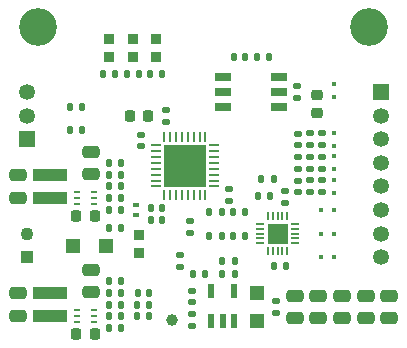
<source format=gbr>
%TF.GenerationSoftware,KiCad,Pcbnew,(6.0.10)*%
%TF.CreationDate,2024-02-10T14:34:54+01:00*%
%TF.ProjectId,TMC6300_HAL,544d4336-3330-4305-9f48-414c2e6b6963,rev?*%
%TF.SameCoordinates,Original*%
%TF.FileFunction,Soldermask,Top*%
%TF.FilePolarity,Negative*%
%FSLAX46Y46*%
G04 Gerber Fmt 4.6, Leading zero omitted, Abs format (unit mm)*
G04 Created by KiCad (PCBNEW (6.0.10)) date 2024-02-10 14:34:54*
%MOMM*%
%LPD*%
G01*
G04 APERTURE LIST*
G04 Aperture macros list*
%AMRoundRect*
0 Rectangle with rounded corners*
0 $1 Rounding radius*
0 $2 $3 $4 $5 $6 $7 $8 $9 X,Y pos of 4 corners*
0 Add a 4 corners polygon primitive as box body*
4,1,4,$2,$3,$4,$5,$6,$7,$8,$9,$2,$3,0*
0 Add four circle primitives for the rounded corners*
1,1,$1+$1,$2,$3*
1,1,$1+$1,$4,$5*
1,1,$1+$1,$6,$7*
1,1,$1+$1,$8,$9*
0 Add four rect primitives between the rounded corners*
20,1,$1+$1,$2,$3,$4,$5,0*
20,1,$1+$1,$4,$5,$6,$7,0*
20,1,$1+$1,$6,$7,$8,$9,0*
20,1,$1+$1,$8,$9,$2,$3,0*%
G04 Aperture macros list end*
%ADD10RoundRect,0.135000X-0.135000X-0.185000X0.135000X-0.185000X0.135000X0.185000X-0.135000X0.185000X0*%
%ADD11R,0.950000X0.950000*%
%ADD12RoundRect,0.135000X0.135000X0.185000X-0.135000X0.185000X-0.135000X-0.185000X0.135000X-0.185000X0*%
%ADD13RoundRect,0.140000X0.140000X0.170000X-0.140000X0.170000X-0.140000X-0.170000X0.140000X-0.170000X0*%
%ADD14R,0.500000X0.400000*%
%ADD15R,1.200000X1.200000*%
%ADD16R,3.000000X1.000000*%
%ADD17R,0.600000X0.250000*%
%ADD18RoundRect,0.225000X0.225000X0.250000X-0.225000X0.250000X-0.225000X-0.250000X0.225000X-0.250000X0*%
%ADD19RoundRect,0.250000X-0.475000X0.250000X-0.475000X-0.250000X0.475000X-0.250000X0.475000X0.250000X0*%
%ADD20RoundRect,0.135000X-0.185000X0.135000X-0.185000X-0.135000X0.185000X-0.135000X0.185000X0.135000X0*%
%ADD21R,0.430000X0.320000*%
%ADD22R,0.320000X0.430000*%
%ADD23R,0.850000X0.250000*%
%ADD24R,0.250000X0.850000*%
%ADD25R,3.600000X3.600000*%
%ADD26RoundRect,0.140000X-0.170000X0.140000X-0.170000X-0.140000X0.170000X-0.140000X0.170000X0.140000X0*%
%ADD27R,1.350000X1.350000*%
%ADD28C,1.350000*%
%ADD29RoundRect,0.225000X-0.250000X0.225000X-0.250000X-0.225000X0.250000X-0.225000X0.250000X0.225000X0*%
%ADD30R,1.150000X1.150000*%
%ADD31R,1.385000X0.650000*%
%ADD32C,3.200000*%
%ADD33R,0.200000X0.800000*%
%ADD34R,0.800000X0.200000*%
%ADD35R,1.800000X1.800000*%
%ADD36RoundRect,0.140000X0.170000X-0.140000X0.170000X0.140000X-0.170000X0.140000X-0.170000X-0.140000X0*%
%ADD37RoundRect,0.135000X0.185000X-0.135000X0.185000X0.135000X-0.185000X0.135000X-0.185000X-0.135000X0*%
%ADD38RoundRect,0.140000X-0.140000X-0.170000X0.140000X-0.170000X0.140000X0.170000X-0.140000X0.170000X0*%
%ADD39R,1.100000X1.100000*%
%ADD40C,1.100000*%
%ADD41C,1.000000*%
%ADD42R,0.600000X1.200000*%
%ADD43RoundRect,0.225000X-0.225000X-0.250000X0.225000X-0.250000X0.225000X0.250000X-0.225000X0.250000X0*%
G04 APERTURE END LIST*
D10*
%TO.C,R109*%
X220490000Y-61000000D03*
X221510000Y-61000000D03*
%TD*%
%TO.C,R108*%
X218490000Y-61000000D03*
X219510000Y-61000000D03*
%TD*%
D11*
%TO.C,LED103*%
X221000000Y-58050000D03*
X221000000Y-59550000D03*
%TD*%
%TO.C,LED102*%
X219000000Y-58050000D03*
X219000000Y-59550000D03*
%TD*%
D10*
%TO.C,R107*%
X220410000Y-80500000D03*
X219390000Y-80500000D03*
%TD*%
D12*
%TO.C,R106*%
X219390000Y-81500000D03*
X220410000Y-81500000D03*
%TD*%
D13*
%TO.C,C108*%
X219420000Y-79500000D03*
X220380000Y-79500000D03*
%TD*%
D10*
%TO.C,R105*%
X216490000Y-61000000D03*
X217510000Y-61000000D03*
%TD*%
D11*
%TO.C,LED101*%
X217000000Y-58050000D03*
X217000000Y-59550000D03*
%TD*%
D14*
%TO.C,FB101*%
X219300000Y-72100000D03*
X219300000Y-72900000D03*
%TD*%
D13*
%TO.C,C107*%
X221480000Y-72300000D03*
X220520000Y-72300000D03*
%TD*%
%TO.C,C106*%
X221480000Y-73300000D03*
X220520000Y-73300000D03*
%TD*%
D15*
%TO.C,D301*%
X213900000Y-75500000D03*
X216700000Y-75500000D03*
%TD*%
D12*
%TO.C,R311*%
X218010000Y-74000000D03*
X216990000Y-74000000D03*
%TD*%
%TO.C,R310*%
X218010000Y-68500000D03*
X216990000Y-68500000D03*
%TD*%
D10*
%TO.C,R309*%
X216990000Y-69500000D03*
X218010000Y-69500000D03*
%TD*%
D12*
%TO.C,R308*%
X216990000Y-78500000D03*
X218010000Y-78500000D03*
%TD*%
D10*
%TO.C,R307*%
X218010000Y-79500000D03*
X216990000Y-79500000D03*
%TD*%
%TO.C,R306*%
X218010000Y-70500000D03*
X216990000Y-70500000D03*
%TD*%
%TO.C,R305*%
X218010000Y-80500000D03*
X216990000Y-80500000D03*
%TD*%
D12*
%TO.C,R304*%
X218010000Y-71500000D03*
X216990000Y-71500000D03*
%TD*%
%TO.C,R303*%
X216990000Y-81500000D03*
X218010000Y-81500000D03*
%TD*%
D10*
%TO.C,R302*%
X216990000Y-72500000D03*
X218010000Y-72500000D03*
%TD*%
%TO.C,R301*%
X218010000Y-82500000D03*
X216990000Y-82500000D03*
%TD*%
D11*
%TO.C,LED301*%
X219500000Y-76150000D03*
X219500000Y-74650000D03*
%TD*%
D16*
%TO.C,L302*%
X212000000Y-69500000D03*
X212000000Y-71500000D03*
%TD*%
%TO.C,L301*%
X212000000Y-81500000D03*
X212000000Y-79500000D03*
%TD*%
D17*
%TO.C,IC302*%
X214300000Y-71000000D03*
X214300000Y-71500000D03*
X214300000Y-72000000D03*
X215700000Y-72000000D03*
X215700000Y-71500000D03*
X215700000Y-71000000D03*
%TD*%
%TO.C,IC301*%
X215700000Y-81000000D03*
X215700000Y-81500000D03*
X215700000Y-82000000D03*
X214300000Y-82000000D03*
X214300000Y-81500000D03*
X214300000Y-81000000D03*
%TD*%
D18*
%TO.C,C306*%
X214225000Y-73000000D03*
X215775000Y-73000000D03*
%TD*%
%TO.C,C305*%
X215775000Y-83000000D03*
X214225000Y-83000000D03*
%TD*%
D19*
%TO.C,C304*%
X215500000Y-67550000D03*
X215500000Y-69450000D03*
%TD*%
%TO.C,C303*%
X215500000Y-79450000D03*
X215500000Y-77550000D03*
%TD*%
%TO.C,C302*%
X209300000Y-69550000D03*
X209300000Y-71450000D03*
%TD*%
%TO.C,C301*%
X209300000Y-81450000D03*
X209300000Y-79550000D03*
%TD*%
%TO.C,C204*%
X236700000Y-79750000D03*
X236700000Y-81650000D03*
%TD*%
D20*
%TO.C,R101*%
X221800000Y-64040000D03*
X221800000Y-65060000D03*
%TD*%
D21*
%TO.C,D102*%
X234950000Y-74500000D03*
X236050000Y-74500000D03*
%TD*%
D22*
%TO.C,D401*%
X236000000Y-67050000D03*
X236000000Y-65950000D03*
%TD*%
D10*
%TO.C,R205*%
X229890000Y-69900000D03*
X230910000Y-69900000D03*
%TD*%
D23*
%TO.C,IC101*%
X220950000Y-67000000D03*
X220950000Y-67500000D03*
X220950000Y-68000000D03*
X220950000Y-68500000D03*
X220950000Y-69000000D03*
X220950000Y-69500000D03*
X220950000Y-70000000D03*
X220950000Y-70500000D03*
D24*
X221650000Y-71200000D03*
X222150000Y-71200000D03*
X222650000Y-71200000D03*
X223150000Y-71200000D03*
X223650000Y-71200000D03*
X224150000Y-71200000D03*
X224650000Y-71200000D03*
X225150000Y-71200000D03*
D23*
X225850000Y-70500000D03*
X225850000Y-70000000D03*
X225850000Y-69500000D03*
X225850000Y-69000000D03*
X225850000Y-68500000D03*
X225850000Y-68000000D03*
X225850000Y-67500000D03*
X225850000Y-67000000D03*
D24*
X225150000Y-66300000D03*
X224650000Y-66300000D03*
X224150000Y-66300000D03*
X223650000Y-66300000D03*
X223150000Y-66300000D03*
X222650000Y-66300000D03*
X222150000Y-66300000D03*
X221650000Y-66300000D03*
D25*
X223400000Y-68750000D03*
%TD*%
D20*
%TO.C,R405*%
X234000000Y-69990000D03*
X234000000Y-71010000D03*
%TD*%
D10*
%TO.C,R204*%
X225490000Y-74700000D03*
X226510000Y-74700000D03*
%TD*%
D26*
%TO.C,C102*%
X227150000Y-70750000D03*
X227150000Y-71710000D03*
%TD*%
D27*
%TO.C,J101*%
X240050000Y-62500000D03*
D28*
X240050000Y-64500000D03*
X240050000Y-66500000D03*
X240050000Y-68500000D03*
X240050000Y-70500000D03*
X240050000Y-72500000D03*
X240050000Y-74500000D03*
X240050000Y-76500000D03*
%TD*%
D19*
%TO.C,C205*%
X234700000Y-79750000D03*
X234700000Y-81650000D03*
%TD*%
D29*
%TO.C,C403*%
X234600000Y-62725000D03*
X234600000Y-64275000D03*
%TD*%
D13*
%TO.C,C209*%
X231930000Y-77200000D03*
X230970000Y-77200000D03*
%TD*%
D20*
%TO.C,R208*%
X224000000Y-81290000D03*
X224000000Y-82310000D03*
%TD*%
D30*
%TO.C,R212*%
X229500000Y-79525000D03*
X229500000Y-81875000D03*
%TD*%
D10*
%TO.C,R202*%
X225490000Y-72700000D03*
X226510000Y-72700000D03*
%TD*%
D31*
%TO.C,J104*%
X231408000Y-63770000D03*
X226592000Y-63770000D03*
X231408000Y-62500000D03*
X226592000Y-62500000D03*
X231408000Y-61230000D03*
X226592000Y-61230000D03*
%TD*%
D26*
%TO.C,C207*%
X231900000Y-70920000D03*
X231900000Y-71880000D03*
%TD*%
D21*
%TO.C,D103*%
X234950000Y-76500000D03*
X236050000Y-76500000D03*
%TD*%
D32*
%TO.C,H101*%
X211000000Y-57000000D03*
%TD*%
D33*
%TO.C,IC201*%
X232050000Y-73000000D03*
X231650000Y-73000000D03*
X231250000Y-73000000D03*
X230850000Y-73000000D03*
X230450000Y-73000000D03*
D34*
X229750000Y-73700000D03*
X229750000Y-74100000D03*
X229750000Y-74500000D03*
X229750000Y-74900000D03*
X229750000Y-75300000D03*
D33*
X230450000Y-76000000D03*
X230850000Y-76000000D03*
X231250000Y-76000000D03*
X231650000Y-76000000D03*
X232050000Y-76000000D03*
D34*
X232750000Y-75300000D03*
X232750000Y-74900000D03*
X232750000Y-74500000D03*
X232750000Y-74100000D03*
X232750000Y-73700000D03*
D35*
X231250000Y-74500000D03*
%TD*%
D26*
%TO.C,C208*%
X224000000Y-79320000D03*
X224000000Y-80280000D03*
%TD*%
D32*
%TO.C,H102*%
X239000000Y-57000000D03*
%TD*%
D36*
%TO.C,C101*%
X219700000Y-67080000D03*
X219700000Y-66120000D03*
%TD*%
D26*
%TO.C,C201*%
X231100000Y-80220000D03*
X231100000Y-81180000D03*
%TD*%
D19*
%TO.C,C206*%
X238700000Y-79750000D03*
X238700000Y-81650000D03*
%TD*%
D22*
%TO.C,D402*%
X236000000Y-62950000D03*
X236000000Y-61850000D03*
%TD*%
D12*
%TO.C,R103*%
X214710000Y-65700000D03*
X213690000Y-65700000D03*
%TD*%
D37*
%TO.C,R402*%
X235000000Y-67010000D03*
X235000000Y-65990000D03*
%TD*%
D20*
%TO.C,R210*%
X223000000Y-76290000D03*
X223000000Y-77310000D03*
%TD*%
D26*
%TO.C,C104*%
X232900000Y-62020000D03*
X232900000Y-62980000D03*
%TD*%
D38*
%TO.C,C105*%
X227530000Y-59500000D03*
X228490000Y-59500000D03*
%TD*%
D39*
%TO.C,J103*%
X210000000Y-76500000D03*
D40*
X210000000Y-74500000D03*
%TD*%
D41*
%TO.C,TP207*%
X222300000Y-81800000D03*
%TD*%
D20*
%TO.C,R207*%
X223800000Y-73390000D03*
X223800000Y-74410000D03*
%TD*%
D10*
%TO.C,R102*%
X213690000Y-63800000D03*
X214710000Y-63800000D03*
%TD*%
%TO.C,R104*%
X229500000Y-59500000D03*
X230520000Y-59500000D03*
%TD*%
D12*
%TO.C,R206*%
X228510000Y-74700000D03*
X227490000Y-74700000D03*
%TD*%
D10*
%TO.C,R201*%
X227490000Y-72700000D03*
X228510000Y-72700000D03*
%TD*%
D37*
%TO.C,R403*%
X234000000Y-69000000D03*
X234000000Y-67980000D03*
%TD*%
D12*
%TO.C,R211*%
X227610000Y-77900000D03*
X226590000Y-77900000D03*
%TD*%
D37*
%TO.C,R406*%
X235000000Y-71010000D03*
X235000000Y-69990000D03*
%TD*%
D19*
%TO.C,C203*%
X232700000Y-79750000D03*
X232700000Y-81650000D03*
%TD*%
%TO.C,C202*%
X240700000Y-79750000D03*
X240700000Y-81650000D03*
%TD*%
D42*
%TO.C,IC202*%
X225650000Y-81850000D03*
X226600000Y-81850000D03*
X227550000Y-81850000D03*
X227550000Y-79350000D03*
X225650000Y-79350000D03*
%TD*%
D36*
%TO.C,C402*%
X233000000Y-68980000D03*
X233000000Y-68020000D03*
%TD*%
D22*
%TO.C,D403*%
X236000000Y-67950000D03*
X236000000Y-69050000D03*
%TD*%
D43*
%TO.C,C103*%
X218725000Y-64500000D03*
X220275000Y-64500000D03*
%TD*%
D21*
%TO.C,D101*%
X234950000Y-72500000D03*
X236050000Y-72500000D03*
%TD*%
D13*
%TO.C,C210*%
X225080000Y-77900000D03*
X224120000Y-77900000D03*
%TD*%
D20*
%TO.C,R404*%
X235000000Y-67990000D03*
X235000000Y-69010000D03*
%TD*%
%TO.C,R401*%
X234000000Y-66000000D03*
X234000000Y-67020000D03*
%TD*%
D26*
%TO.C,C401*%
X233000000Y-66020000D03*
X233000000Y-66980000D03*
%TD*%
D10*
%TO.C,R209*%
X226590000Y-76800000D03*
X227610000Y-76800000D03*
%TD*%
D26*
%TO.C,C404*%
X233000000Y-70020000D03*
X233000000Y-70980000D03*
%TD*%
D22*
%TO.C,D404*%
X236000000Y-71050000D03*
X236000000Y-69950000D03*
%TD*%
D28*
%TO.C,J102*%
X210000000Y-62500000D03*
X210000000Y-64500000D03*
D27*
X210000000Y-66500000D03*
%TD*%
D10*
%TO.C,R203*%
X229580000Y-71300000D03*
X230600000Y-71300000D03*
%TD*%
M02*

</source>
